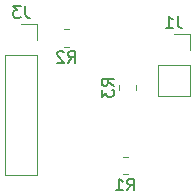
<source format=gbr>
%TF.GenerationSoftware,KiCad,Pcbnew,8.0.0-dirty*%
%TF.CreationDate,2024-03-12T22:33:29-04:00*%
%TF.ProjectId,MotorDriverVNH,4d6f746f-7244-4726-9976-6572564e482e,rev?*%
%TF.SameCoordinates,Original*%
%TF.FileFunction,Legend,Bot*%
%TF.FilePolarity,Positive*%
%FSLAX46Y46*%
G04 Gerber Fmt 4.6, Leading zero omitted, Abs format (unit mm)*
G04 Created by KiCad (PCBNEW 8.0.0-dirty) date 2024-03-12 22:33:29*
%MOMM*%
%LPD*%
G01*
G04 APERTURE LIST*
%ADD10C,0.150000*%
%ADD11C,0.120000*%
G04 APERTURE END LIST*
D10*
X84640833Y-64526819D02*
X84640833Y-65241104D01*
X84640833Y-65241104D02*
X84688452Y-65383961D01*
X84688452Y-65383961D02*
X84783690Y-65479200D01*
X84783690Y-65479200D02*
X84926547Y-65526819D01*
X84926547Y-65526819D02*
X85021785Y-65526819D01*
X83640833Y-65526819D02*
X84212261Y-65526819D01*
X83926547Y-65526819D02*
X83926547Y-64526819D01*
X83926547Y-64526819D02*
X84021785Y-64669676D01*
X84021785Y-64669676D02*
X84117023Y-64764914D01*
X84117023Y-64764914D02*
X84212261Y-64812533D01*
X79204819Y-70433333D02*
X78728628Y-70100000D01*
X79204819Y-69861905D02*
X78204819Y-69861905D01*
X78204819Y-69861905D02*
X78204819Y-70242857D01*
X78204819Y-70242857D02*
X78252438Y-70338095D01*
X78252438Y-70338095D02*
X78300057Y-70385714D01*
X78300057Y-70385714D02*
X78395295Y-70433333D01*
X78395295Y-70433333D02*
X78538152Y-70433333D01*
X78538152Y-70433333D02*
X78633390Y-70385714D01*
X78633390Y-70385714D02*
X78681009Y-70338095D01*
X78681009Y-70338095D02*
X78728628Y-70242857D01*
X78728628Y-70242857D02*
X78728628Y-69861905D01*
X78204819Y-70766667D02*
X78204819Y-71385714D01*
X78204819Y-71385714D02*
X78585771Y-71052381D01*
X78585771Y-71052381D02*
X78585771Y-71195238D01*
X78585771Y-71195238D02*
X78633390Y-71290476D01*
X78633390Y-71290476D02*
X78681009Y-71338095D01*
X78681009Y-71338095D02*
X78776247Y-71385714D01*
X78776247Y-71385714D02*
X79014342Y-71385714D01*
X79014342Y-71385714D02*
X79109580Y-71338095D01*
X79109580Y-71338095D02*
X79157200Y-71290476D01*
X79157200Y-71290476D02*
X79204819Y-71195238D01*
X79204819Y-71195238D02*
X79204819Y-70909524D01*
X79204819Y-70909524D02*
X79157200Y-70814286D01*
X79157200Y-70814286D02*
X79109580Y-70766667D01*
X71707333Y-63672819D02*
X71707333Y-64387104D01*
X71707333Y-64387104D02*
X71754952Y-64529961D01*
X71754952Y-64529961D02*
X71850190Y-64625200D01*
X71850190Y-64625200D02*
X71993047Y-64672819D01*
X71993047Y-64672819D02*
X72088285Y-64672819D01*
X71326380Y-63672819D02*
X70707333Y-63672819D01*
X70707333Y-63672819D02*
X71040666Y-64053771D01*
X71040666Y-64053771D02*
X70897809Y-64053771D01*
X70897809Y-64053771D02*
X70802571Y-64101390D01*
X70802571Y-64101390D02*
X70754952Y-64149009D01*
X70754952Y-64149009D02*
X70707333Y-64244247D01*
X70707333Y-64244247D02*
X70707333Y-64482342D01*
X70707333Y-64482342D02*
X70754952Y-64577580D01*
X70754952Y-64577580D02*
X70802571Y-64625200D01*
X70802571Y-64625200D02*
X70897809Y-64672819D01*
X70897809Y-64672819D02*
X71183523Y-64672819D01*
X71183523Y-64672819D02*
X71278761Y-64625200D01*
X71278761Y-64625200D02*
X71326380Y-64577580D01*
X80366666Y-79304819D02*
X80699999Y-78828628D01*
X80938094Y-79304819D02*
X80938094Y-78304819D01*
X80938094Y-78304819D02*
X80557142Y-78304819D01*
X80557142Y-78304819D02*
X80461904Y-78352438D01*
X80461904Y-78352438D02*
X80414285Y-78400057D01*
X80414285Y-78400057D02*
X80366666Y-78495295D01*
X80366666Y-78495295D02*
X80366666Y-78638152D01*
X80366666Y-78638152D02*
X80414285Y-78733390D01*
X80414285Y-78733390D02*
X80461904Y-78781009D01*
X80461904Y-78781009D02*
X80557142Y-78828628D01*
X80557142Y-78828628D02*
X80938094Y-78828628D01*
X79414285Y-79304819D02*
X79985713Y-79304819D01*
X79699999Y-79304819D02*
X79699999Y-78304819D01*
X79699999Y-78304819D02*
X79795237Y-78447676D01*
X79795237Y-78447676D02*
X79890475Y-78542914D01*
X79890475Y-78542914D02*
X79985713Y-78590533D01*
X75366666Y-68504819D02*
X75699999Y-68028628D01*
X75938094Y-68504819D02*
X75938094Y-67504819D01*
X75938094Y-67504819D02*
X75557142Y-67504819D01*
X75557142Y-67504819D02*
X75461904Y-67552438D01*
X75461904Y-67552438D02*
X75414285Y-67600057D01*
X75414285Y-67600057D02*
X75366666Y-67695295D01*
X75366666Y-67695295D02*
X75366666Y-67838152D01*
X75366666Y-67838152D02*
X75414285Y-67933390D01*
X75414285Y-67933390D02*
X75461904Y-67981009D01*
X75461904Y-67981009D02*
X75557142Y-68028628D01*
X75557142Y-68028628D02*
X75938094Y-68028628D01*
X74985713Y-67600057D02*
X74938094Y-67552438D01*
X74938094Y-67552438D02*
X74842856Y-67504819D01*
X74842856Y-67504819D02*
X74604761Y-67504819D01*
X74604761Y-67504819D02*
X74509523Y-67552438D01*
X74509523Y-67552438D02*
X74461904Y-67600057D01*
X74461904Y-67600057D02*
X74414285Y-67695295D01*
X74414285Y-67695295D02*
X74414285Y-67790533D01*
X74414285Y-67790533D02*
X74461904Y-67933390D01*
X74461904Y-67933390D02*
X75033332Y-68504819D01*
X75033332Y-68504819D02*
X74414285Y-68504819D01*
D11*
%TO.C,J1*%
X82977500Y-68672000D02*
X82977500Y-71272000D01*
X85637500Y-66072000D02*
X84307500Y-66072000D01*
X85637500Y-67402000D02*
X85637500Y-66072000D01*
X85637500Y-68672000D02*
X82977500Y-68672000D01*
X85637500Y-68672000D02*
X85637500Y-71272000D01*
X85637500Y-71272000D02*
X82977500Y-71272000D01*
%TO.C,R3*%
X79665000Y-70827064D02*
X79665000Y-70372936D01*
X81135000Y-70827064D02*
X81135000Y-70372936D01*
%TO.C,J3*%
X70044000Y-67818000D02*
X70044000Y-78038000D01*
X72704000Y-65218000D02*
X71374000Y-65218000D01*
X72704000Y-66548000D02*
X72704000Y-65218000D01*
X72704000Y-67818000D02*
X70044000Y-67818000D01*
X72704000Y-67818000D02*
X72704000Y-78038000D01*
X72704000Y-78038000D02*
X70044000Y-78038000D01*
%TO.C,R1*%
X80427064Y-76465000D02*
X79972936Y-76465000D01*
X80427064Y-77935000D02*
X79972936Y-77935000D01*
%TO.C,R2*%
X75427064Y-65665000D02*
X74972936Y-65665000D01*
X75427064Y-67135000D02*
X74972936Y-67135000D01*
%TD*%
M02*

</source>
